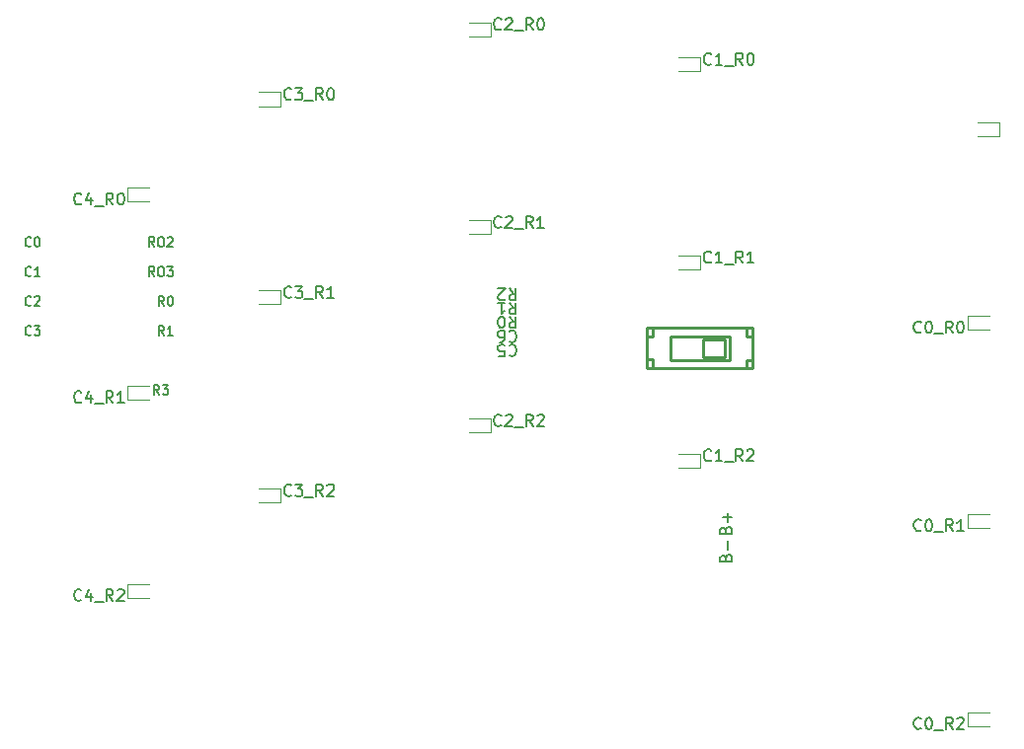
<source format=gbr>
%TF.GenerationSoftware,KiCad,Pcbnew,7.0.6-0*%
%TF.CreationDate,2023-08-01T13:26:10+08:00*%
%TF.ProjectId,right,72696768-742e-46b6-9963-61645f706362,v1.0.0*%
%TF.SameCoordinates,Original*%
%TF.FileFunction,Legend,Bot*%
%TF.FilePolarity,Positive*%
%FSLAX46Y46*%
G04 Gerber Fmt 4.6, Leading zero omitted, Abs format (unit mm)*
G04 Created by KiCad (PCBNEW 7.0.6-0) date 2023-08-01 13:26:10*
%MOMM*%
%LPD*%
G01*
G04 APERTURE LIST*
%ADD10C,0.150000*%
%ADD11C,0.120000*%
%ADD12C,0.254000*%
G04 APERTURE END LIST*
D10*
X-1523809Y30640419D02*
X-1571428Y30592800D01*
X-1571428Y30592800D02*
X-1714285Y30545180D01*
X-1714285Y30545180D02*
X-1809523Y30545180D01*
X-1809523Y30545180D02*
X-1952380Y30592800D01*
X-1952380Y30592800D02*
X-2047618Y30688038D01*
X-2047618Y30688038D02*
X-2095237Y30783276D01*
X-2095237Y30783276D02*
X-2142856Y30973752D01*
X-2142856Y30973752D02*
X-2142856Y31116609D01*
X-2142856Y31116609D02*
X-2095237Y31307085D01*
X-2095237Y31307085D02*
X-2047618Y31402323D01*
X-2047618Y31402323D02*
X-1952380Y31497561D01*
X-1952380Y31497561D02*
X-1809523Y31545180D01*
X-1809523Y31545180D02*
X-1714285Y31545180D01*
X-1714285Y31545180D02*
X-1571428Y31497561D01*
X-1571428Y31497561D02*
X-1523809Y31449942D01*
X-666666Y31211847D02*
X-666666Y30545180D01*
X-904761Y31592800D02*
X-1142856Y30878514D01*
X-1142856Y30878514D02*
X-523809Y30878514D01*
X-380952Y30449942D02*
X380952Y30449942D01*
X1190476Y30545180D02*
X857143Y31021371D01*
X619048Y30545180D02*
X619048Y31545180D01*
X619048Y31545180D02*
X1000000Y31545180D01*
X1000000Y31545180D02*
X1095238Y31497561D01*
X1095238Y31497561D02*
X1142857Y31449942D01*
X1142857Y31449942D02*
X1190476Y31354704D01*
X1190476Y31354704D02*
X1190476Y31211847D01*
X1190476Y31211847D02*
X1142857Y31116609D01*
X1142857Y31116609D02*
X1095238Y31068990D01*
X1095238Y31068990D02*
X1000000Y31021371D01*
X1000000Y31021371D02*
X619048Y31021371D01*
X1809524Y31545180D02*
X1904762Y31545180D01*
X1904762Y31545180D02*
X2000000Y31497561D01*
X2000000Y31497561D02*
X2047619Y31449942D01*
X2047619Y31449942D02*
X2095238Y31354704D01*
X2095238Y31354704D02*
X2142857Y31164228D01*
X2142857Y31164228D02*
X2142857Y30926133D01*
X2142857Y30926133D02*
X2095238Y30735657D01*
X2095238Y30735657D02*
X2047619Y30640419D01*
X2047619Y30640419D02*
X2000000Y30592800D01*
X2000000Y30592800D02*
X1904762Y30545180D01*
X1904762Y30545180D02*
X1809524Y30545180D01*
X1809524Y30545180D02*
X1714286Y30592800D01*
X1714286Y30592800D02*
X1666667Y30640419D01*
X1666667Y30640419D02*
X1619048Y30735657D01*
X1619048Y30735657D02*
X1571429Y30926133D01*
X1571429Y30926133D02*
X1571429Y31164228D01*
X1571429Y31164228D02*
X1619048Y31354704D01*
X1619048Y31354704D02*
X1666667Y31449942D01*
X1666667Y31449942D02*
X1714286Y31497561D01*
X1714286Y31497561D02*
X1809524Y31545180D01*
X-1523809Y13640419D02*
X-1571428Y13592800D01*
X-1571428Y13592800D02*
X-1714285Y13545180D01*
X-1714285Y13545180D02*
X-1809523Y13545180D01*
X-1809523Y13545180D02*
X-1952380Y13592800D01*
X-1952380Y13592800D02*
X-2047618Y13688038D01*
X-2047618Y13688038D02*
X-2095237Y13783276D01*
X-2095237Y13783276D02*
X-2142856Y13973752D01*
X-2142856Y13973752D02*
X-2142856Y14116609D01*
X-2142856Y14116609D02*
X-2095237Y14307085D01*
X-2095237Y14307085D02*
X-2047618Y14402323D01*
X-2047618Y14402323D02*
X-1952380Y14497561D01*
X-1952380Y14497561D02*
X-1809523Y14545180D01*
X-1809523Y14545180D02*
X-1714285Y14545180D01*
X-1714285Y14545180D02*
X-1571428Y14497561D01*
X-1571428Y14497561D02*
X-1523809Y14449942D01*
X-666666Y14211847D02*
X-666666Y13545180D01*
X-904761Y14592800D02*
X-1142856Y13878514D01*
X-1142856Y13878514D02*
X-523809Y13878514D01*
X-380952Y13449942D02*
X380952Y13449942D01*
X1190476Y13545180D02*
X857143Y14021371D01*
X619048Y13545180D02*
X619048Y14545180D01*
X619048Y14545180D02*
X1000000Y14545180D01*
X1000000Y14545180D02*
X1095238Y14497561D01*
X1095238Y14497561D02*
X1142857Y14449942D01*
X1142857Y14449942D02*
X1190476Y14354704D01*
X1190476Y14354704D02*
X1190476Y14211847D01*
X1190476Y14211847D02*
X1142857Y14116609D01*
X1142857Y14116609D02*
X1095238Y14068990D01*
X1095238Y14068990D02*
X1000000Y14021371D01*
X1000000Y14021371D02*
X619048Y14021371D01*
X2142857Y13545180D02*
X1571429Y13545180D01*
X1857143Y13545180D02*
X1857143Y14545180D01*
X1857143Y14545180D02*
X1761905Y14402323D01*
X1761905Y14402323D02*
X1666667Y14307085D01*
X1666667Y14307085D02*
X1571429Y14259466D01*
X-5833332Y27023895D02*
X-5871428Y26985800D01*
X-5871428Y26985800D02*
X-5985713Y26947704D01*
X-5985713Y26947704D02*
X-6061904Y26947704D01*
X-6061904Y26947704D02*
X-6176190Y26985800D01*
X-6176190Y26985800D02*
X-6252380Y27061990D01*
X-6252380Y27061990D02*
X-6290475Y27138180D01*
X-6290475Y27138180D02*
X-6328571Y27290561D01*
X-6328571Y27290561D02*
X-6328571Y27404847D01*
X-6328571Y27404847D02*
X-6290475Y27557228D01*
X-6290475Y27557228D02*
X-6252380Y27633419D01*
X-6252380Y27633419D02*
X-6176190Y27709609D01*
X-6176190Y27709609D02*
X-6061904Y27747704D01*
X-6061904Y27747704D02*
X-5985713Y27747704D01*
X-5985713Y27747704D02*
X-5871428Y27709609D01*
X-5871428Y27709609D02*
X-5833332Y27671514D01*
X-5338094Y27747704D02*
X-5261904Y27747704D01*
X-5261904Y27747704D02*
X-5185713Y27709609D01*
X-5185713Y27709609D02*
X-5147618Y27671514D01*
X-5147618Y27671514D02*
X-5109523Y27595323D01*
X-5109523Y27595323D02*
X-5071428Y27442942D01*
X-5071428Y27442942D02*
X-5071428Y27252466D01*
X-5071428Y27252466D02*
X-5109523Y27100085D01*
X-5109523Y27100085D02*
X-5147618Y27023895D01*
X-5147618Y27023895D02*
X-5185713Y26985800D01*
X-5185713Y26985800D02*
X-5261904Y26947704D01*
X-5261904Y26947704D02*
X-5338094Y26947704D01*
X-5338094Y26947704D02*
X-5414285Y26985800D01*
X-5414285Y26985800D02*
X-5452380Y27023895D01*
X-5452380Y27023895D02*
X-5490475Y27100085D01*
X-5490475Y27100085D02*
X-5528571Y27252466D01*
X-5528571Y27252466D02*
X-5528571Y27442942D01*
X-5528571Y27442942D02*
X-5490475Y27595323D01*
X-5490475Y27595323D02*
X-5452380Y27671514D01*
X-5452380Y27671514D02*
X-5414285Y27709609D01*
X-5414285Y27709609D02*
X-5338094Y27747704D01*
X-5833332Y24483895D02*
X-5871428Y24445800D01*
X-5871428Y24445800D02*
X-5985713Y24407704D01*
X-5985713Y24407704D02*
X-6061904Y24407704D01*
X-6061904Y24407704D02*
X-6176190Y24445800D01*
X-6176190Y24445800D02*
X-6252380Y24521990D01*
X-6252380Y24521990D02*
X-6290475Y24598180D01*
X-6290475Y24598180D02*
X-6328571Y24750561D01*
X-6328571Y24750561D02*
X-6328571Y24864847D01*
X-6328571Y24864847D02*
X-6290475Y25017228D01*
X-6290475Y25017228D02*
X-6252380Y25093419D01*
X-6252380Y25093419D02*
X-6176190Y25169609D01*
X-6176190Y25169609D02*
X-6061904Y25207704D01*
X-6061904Y25207704D02*
X-5985713Y25207704D01*
X-5985713Y25207704D02*
X-5871428Y25169609D01*
X-5871428Y25169609D02*
X-5833332Y25131514D01*
X-5071428Y24407704D02*
X-5528571Y24407704D01*
X-5299999Y24407704D02*
X-5299999Y25207704D01*
X-5299999Y25207704D02*
X-5376190Y25093419D01*
X-5376190Y25093419D02*
X-5452380Y25017228D01*
X-5452380Y25017228D02*
X-5528571Y24979133D01*
X-5833332Y21943895D02*
X-5871428Y21905800D01*
X-5871428Y21905800D02*
X-5985713Y21867704D01*
X-5985713Y21867704D02*
X-6061904Y21867704D01*
X-6061904Y21867704D02*
X-6176190Y21905800D01*
X-6176190Y21905800D02*
X-6252380Y21981990D01*
X-6252380Y21981990D02*
X-6290475Y22058180D01*
X-6290475Y22058180D02*
X-6328571Y22210561D01*
X-6328571Y22210561D02*
X-6328571Y22324847D01*
X-6328571Y22324847D02*
X-6290475Y22477228D01*
X-6290475Y22477228D02*
X-6252380Y22553419D01*
X-6252380Y22553419D02*
X-6176190Y22629609D01*
X-6176190Y22629609D02*
X-6061904Y22667704D01*
X-6061904Y22667704D02*
X-5985713Y22667704D01*
X-5985713Y22667704D02*
X-5871428Y22629609D01*
X-5871428Y22629609D02*
X-5833332Y22591514D01*
X-5528571Y22591514D02*
X-5490475Y22629609D01*
X-5490475Y22629609D02*
X-5414285Y22667704D01*
X-5414285Y22667704D02*
X-5223809Y22667704D01*
X-5223809Y22667704D02*
X-5147618Y22629609D01*
X-5147618Y22629609D02*
X-5109523Y22591514D01*
X-5109523Y22591514D02*
X-5071428Y22515323D01*
X-5071428Y22515323D02*
X-5071428Y22439133D01*
X-5071428Y22439133D02*
X-5109523Y22324847D01*
X-5109523Y22324847D02*
X-5566666Y21867704D01*
X-5566666Y21867704D02*
X-5071428Y21867704D01*
X-5833332Y19403895D02*
X-5871428Y19365800D01*
X-5871428Y19365800D02*
X-5985713Y19327704D01*
X-5985713Y19327704D02*
X-6061904Y19327704D01*
X-6061904Y19327704D02*
X-6176190Y19365800D01*
X-6176190Y19365800D02*
X-6252380Y19441990D01*
X-6252380Y19441990D02*
X-6290475Y19518180D01*
X-6290475Y19518180D02*
X-6328571Y19670561D01*
X-6328571Y19670561D02*
X-6328571Y19784847D01*
X-6328571Y19784847D02*
X-6290475Y19937228D01*
X-6290475Y19937228D02*
X-6252380Y20013419D01*
X-6252380Y20013419D02*
X-6176190Y20089609D01*
X-6176190Y20089609D02*
X-6061904Y20127704D01*
X-6061904Y20127704D02*
X-5985713Y20127704D01*
X-5985713Y20127704D02*
X-5871428Y20089609D01*
X-5871428Y20089609D02*
X-5833332Y20051514D01*
X-5566666Y20127704D02*
X-5071428Y20127704D01*
X-5071428Y20127704D02*
X-5338094Y19822942D01*
X-5338094Y19822942D02*
X-5223809Y19822942D01*
X-5223809Y19822942D02*
X-5147618Y19784847D01*
X-5147618Y19784847D02*
X-5109523Y19746752D01*
X-5109523Y19746752D02*
X-5071428Y19670561D01*
X-5071428Y19670561D02*
X-5071428Y19480085D01*
X-5071428Y19480085D02*
X-5109523Y19403895D01*
X-5109523Y19403895D02*
X-5147618Y19365800D01*
X-5147618Y19365800D02*
X-5223809Y19327704D01*
X-5223809Y19327704D02*
X-5452380Y19327704D01*
X-5452380Y19327704D02*
X-5528571Y19365800D01*
X-5528571Y19365800D02*
X-5566666Y19403895D01*
X4747619Y26947704D02*
X4480952Y27328657D01*
X4290476Y26947704D02*
X4290476Y27747704D01*
X4290476Y27747704D02*
X4595238Y27747704D01*
X4595238Y27747704D02*
X4671428Y27709609D01*
X4671428Y27709609D02*
X4709523Y27671514D01*
X4709523Y27671514D02*
X4747619Y27595323D01*
X4747619Y27595323D02*
X4747619Y27481038D01*
X4747619Y27481038D02*
X4709523Y27404847D01*
X4709523Y27404847D02*
X4671428Y27366752D01*
X4671428Y27366752D02*
X4595238Y27328657D01*
X4595238Y27328657D02*
X4290476Y27328657D01*
X5242857Y27747704D02*
X5395238Y27747704D01*
X5395238Y27747704D02*
X5471428Y27709609D01*
X5471428Y27709609D02*
X5547619Y27633419D01*
X5547619Y27633419D02*
X5585714Y27481038D01*
X5585714Y27481038D02*
X5585714Y27214371D01*
X5585714Y27214371D02*
X5547619Y27061990D01*
X5547619Y27061990D02*
X5471428Y26985800D01*
X5471428Y26985800D02*
X5395238Y26947704D01*
X5395238Y26947704D02*
X5242857Y26947704D01*
X5242857Y26947704D02*
X5166666Y26985800D01*
X5166666Y26985800D02*
X5090476Y27061990D01*
X5090476Y27061990D02*
X5052380Y27214371D01*
X5052380Y27214371D02*
X5052380Y27481038D01*
X5052380Y27481038D02*
X5090476Y27633419D01*
X5090476Y27633419D02*
X5166666Y27709609D01*
X5166666Y27709609D02*
X5242857Y27747704D01*
X5890475Y27671514D02*
X5928571Y27709609D01*
X5928571Y27709609D02*
X6004761Y27747704D01*
X6004761Y27747704D02*
X6195237Y27747704D01*
X6195237Y27747704D02*
X6271428Y27709609D01*
X6271428Y27709609D02*
X6309523Y27671514D01*
X6309523Y27671514D02*
X6347618Y27595323D01*
X6347618Y27595323D02*
X6347618Y27519133D01*
X6347618Y27519133D02*
X6309523Y27404847D01*
X6309523Y27404847D02*
X5852380Y26947704D01*
X5852380Y26947704D02*
X6347618Y26947704D01*
X4747619Y24407704D02*
X4480952Y24788657D01*
X4290476Y24407704D02*
X4290476Y25207704D01*
X4290476Y25207704D02*
X4595238Y25207704D01*
X4595238Y25207704D02*
X4671428Y25169609D01*
X4671428Y25169609D02*
X4709523Y25131514D01*
X4709523Y25131514D02*
X4747619Y25055323D01*
X4747619Y25055323D02*
X4747619Y24941038D01*
X4747619Y24941038D02*
X4709523Y24864847D01*
X4709523Y24864847D02*
X4671428Y24826752D01*
X4671428Y24826752D02*
X4595238Y24788657D01*
X4595238Y24788657D02*
X4290476Y24788657D01*
X5242857Y25207704D02*
X5395238Y25207704D01*
X5395238Y25207704D02*
X5471428Y25169609D01*
X5471428Y25169609D02*
X5547619Y25093419D01*
X5547619Y25093419D02*
X5585714Y24941038D01*
X5585714Y24941038D02*
X5585714Y24674371D01*
X5585714Y24674371D02*
X5547619Y24521990D01*
X5547619Y24521990D02*
X5471428Y24445800D01*
X5471428Y24445800D02*
X5395238Y24407704D01*
X5395238Y24407704D02*
X5242857Y24407704D01*
X5242857Y24407704D02*
X5166666Y24445800D01*
X5166666Y24445800D02*
X5090476Y24521990D01*
X5090476Y24521990D02*
X5052380Y24674371D01*
X5052380Y24674371D02*
X5052380Y24941038D01*
X5052380Y24941038D02*
X5090476Y25093419D01*
X5090476Y25093419D02*
X5166666Y25169609D01*
X5166666Y25169609D02*
X5242857Y25207704D01*
X5852380Y25207704D02*
X6347618Y25207704D01*
X6347618Y25207704D02*
X6080952Y24902942D01*
X6080952Y24902942D02*
X6195237Y24902942D01*
X6195237Y24902942D02*
X6271428Y24864847D01*
X6271428Y24864847D02*
X6309523Y24826752D01*
X6309523Y24826752D02*
X6347618Y24750561D01*
X6347618Y24750561D02*
X6347618Y24560085D01*
X6347618Y24560085D02*
X6309523Y24483895D01*
X6309523Y24483895D02*
X6271428Y24445800D01*
X6271428Y24445800D02*
X6195237Y24407704D01*
X6195237Y24407704D02*
X5966666Y24407704D01*
X5966666Y24407704D02*
X5890475Y24445800D01*
X5890475Y24445800D02*
X5852380Y24483895D01*
X5566667Y21867704D02*
X5300000Y22248657D01*
X5109524Y21867704D02*
X5109524Y22667704D01*
X5109524Y22667704D02*
X5414286Y22667704D01*
X5414286Y22667704D02*
X5490476Y22629609D01*
X5490476Y22629609D02*
X5528571Y22591514D01*
X5528571Y22591514D02*
X5566667Y22515323D01*
X5566667Y22515323D02*
X5566667Y22401038D01*
X5566667Y22401038D02*
X5528571Y22324847D01*
X5528571Y22324847D02*
X5490476Y22286752D01*
X5490476Y22286752D02*
X5414286Y22248657D01*
X5414286Y22248657D02*
X5109524Y22248657D01*
X6061905Y22667704D02*
X6138095Y22667704D01*
X6138095Y22667704D02*
X6214286Y22629609D01*
X6214286Y22629609D02*
X6252381Y22591514D01*
X6252381Y22591514D02*
X6290476Y22515323D01*
X6290476Y22515323D02*
X6328571Y22362942D01*
X6328571Y22362942D02*
X6328571Y22172466D01*
X6328571Y22172466D02*
X6290476Y22020085D01*
X6290476Y22020085D02*
X6252381Y21943895D01*
X6252381Y21943895D02*
X6214286Y21905800D01*
X6214286Y21905800D02*
X6138095Y21867704D01*
X6138095Y21867704D02*
X6061905Y21867704D01*
X6061905Y21867704D02*
X5985714Y21905800D01*
X5985714Y21905800D02*
X5947619Y21943895D01*
X5947619Y21943895D02*
X5909524Y22020085D01*
X5909524Y22020085D02*
X5871428Y22172466D01*
X5871428Y22172466D02*
X5871428Y22362942D01*
X5871428Y22362942D02*
X5909524Y22515323D01*
X5909524Y22515323D02*
X5947619Y22591514D01*
X5947619Y22591514D02*
X5985714Y22629609D01*
X5985714Y22629609D02*
X6061905Y22667704D01*
X5566667Y19327704D02*
X5300000Y19708657D01*
X5109524Y19327704D02*
X5109524Y20127704D01*
X5109524Y20127704D02*
X5414286Y20127704D01*
X5414286Y20127704D02*
X5490476Y20089609D01*
X5490476Y20089609D02*
X5528571Y20051514D01*
X5528571Y20051514D02*
X5566667Y19975323D01*
X5566667Y19975323D02*
X5566667Y19861038D01*
X5566667Y19861038D02*
X5528571Y19784847D01*
X5528571Y19784847D02*
X5490476Y19746752D01*
X5490476Y19746752D02*
X5414286Y19708657D01*
X5414286Y19708657D02*
X5109524Y19708657D01*
X6328571Y19327704D02*
X5871428Y19327704D01*
X6100000Y19327704D02*
X6100000Y20127704D01*
X6100000Y20127704D02*
X6023809Y20013419D01*
X6023809Y20013419D02*
X5947619Y19937228D01*
X5947619Y19937228D02*
X5871428Y19899133D01*
X5166667Y14247704D02*
X4900000Y14628657D01*
X4709524Y14247704D02*
X4709524Y15047704D01*
X4709524Y15047704D02*
X5014286Y15047704D01*
X5014286Y15047704D02*
X5090476Y15009609D01*
X5090476Y15009609D02*
X5128571Y14971514D01*
X5128571Y14971514D02*
X5166667Y14895323D01*
X5166667Y14895323D02*
X5166667Y14781038D01*
X5166667Y14781038D02*
X5128571Y14704847D01*
X5128571Y14704847D02*
X5090476Y14666752D01*
X5090476Y14666752D02*
X5014286Y14628657D01*
X5014286Y14628657D02*
X4709524Y14628657D01*
X5433333Y15047704D02*
X5928571Y15047704D01*
X5928571Y15047704D02*
X5661905Y14742942D01*
X5661905Y14742942D02*
X5776190Y14742942D01*
X5776190Y14742942D02*
X5852381Y14704847D01*
X5852381Y14704847D02*
X5890476Y14666752D01*
X5890476Y14666752D02*
X5928571Y14590561D01*
X5928571Y14590561D02*
X5928571Y14400085D01*
X5928571Y14400085D02*
X5890476Y14323895D01*
X5890476Y14323895D02*
X5852381Y14285800D01*
X5852381Y14285800D02*
X5776190Y14247704D01*
X5776190Y14247704D02*
X5547619Y14247704D01*
X5547619Y14247704D02*
X5471428Y14285800D01*
X5471428Y14285800D02*
X5433333Y14323895D01*
X53731009Y2652381D02*
X53778628Y2795238D01*
X53778628Y2795238D02*
X53826247Y2842857D01*
X53826247Y2842857D02*
X53921485Y2890476D01*
X53921485Y2890476D02*
X54064342Y2890476D01*
X54064342Y2890476D02*
X54159580Y2842857D01*
X54159580Y2842857D02*
X54207200Y2795238D01*
X54207200Y2795238D02*
X54254819Y2700000D01*
X54254819Y2700000D02*
X54254819Y2319048D01*
X54254819Y2319048D02*
X53254819Y2319048D01*
X53254819Y2319048D02*
X53254819Y2652381D01*
X53254819Y2652381D02*
X53302438Y2747619D01*
X53302438Y2747619D02*
X53350057Y2795238D01*
X53350057Y2795238D02*
X53445295Y2842857D01*
X53445295Y2842857D02*
X53540533Y2842857D01*
X53540533Y2842857D02*
X53635771Y2795238D01*
X53635771Y2795238D02*
X53683390Y2747619D01*
X53683390Y2747619D02*
X53731009Y2652381D01*
X53731009Y2652381D02*
X53731009Y2319048D01*
X53873866Y3319048D02*
X53873866Y4080953D01*
X54254819Y3700000D02*
X53492914Y3700000D01*
X53731009Y252381D02*
X53778628Y395238D01*
X53778628Y395238D02*
X53826247Y442857D01*
X53826247Y442857D02*
X53921485Y490476D01*
X53921485Y490476D02*
X54064342Y490476D01*
X54064342Y490476D02*
X54159580Y442857D01*
X54159580Y442857D02*
X54207200Y395238D01*
X54207200Y395238D02*
X54254819Y300000D01*
X54254819Y300000D02*
X54254819Y-80951D01*
X54254819Y-80951D02*
X53254819Y-80951D01*
X53254819Y-80951D02*
X53254819Y252381D01*
X53254819Y252381D02*
X53302438Y347619D01*
X53302438Y347619D02*
X53350057Y395238D01*
X53350057Y395238D02*
X53445295Y442857D01*
X53445295Y442857D02*
X53540533Y442857D01*
X53540533Y442857D02*
X53635771Y395238D01*
X53635771Y395238D02*
X53683390Y347619D01*
X53683390Y347619D02*
X53731009Y252381D01*
X53731009Y252381D02*
X53731009Y-80951D01*
X53873866Y919048D02*
X53873866Y1680953D01*
X35166666Y23354819D02*
X35499999Y22878628D01*
X35738094Y23354819D02*
X35738094Y22354819D01*
X35738094Y22354819D02*
X35357142Y22354819D01*
X35357142Y22354819D02*
X35261904Y22402438D01*
X35261904Y22402438D02*
X35214285Y22450057D01*
X35214285Y22450057D02*
X35166666Y22545295D01*
X35166666Y22545295D02*
X35166666Y22688152D01*
X35166666Y22688152D02*
X35214285Y22783390D01*
X35214285Y22783390D02*
X35261904Y22831009D01*
X35261904Y22831009D02*
X35357142Y22878628D01*
X35357142Y22878628D02*
X35738094Y22878628D01*
X34785713Y22450057D02*
X34738094Y22402438D01*
X34738094Y22402438D02*
X34642856Y22354819D01*
X34642856Y22354819D02*
X34404761Y22354819D01*
X34404761Y22354819D02*
X34309523Y22402438D01*
X34309523Y22402438D02*
X34261904Y22450057D01*
X34261904Y22450057D02*
X34214285Y22545295D01*
X34214285Y22545295D02*
X34214285Y22640533D01*
X34214285Y22640533D02*
X34261904Y22783390D01*
X34261904Y22783390D02*
X34833332Y23354819D01*
X34833332Y23354819D02*
X34214285Y23354819D01*
X35166666Y22154819D02*
X35499999Y21678628D01*
X35738094Y22154819D02*
X35738094Y21154819D01*
X35738094Y21154819D02*
X35357142Y21154819D01*
X35357142Y21154819D02*
X35261904Y21202438D01*
X35261904Y21202438D02*
X35214285Y21250057D01*
X35214285Y21250057D02*
X35166666Y21345295D01*
X35166666Y21345295D02*
X35166666Y21488152D01*
X35166666Y21488152D02*
X35214285Y21583390D01*
X35214285Y21583390D02*
X35261904Y21631009D01*
X35261904Y21631009D02*
X35357142Y21678628D01*
X35357142Y21678628D02*
X35738094Y21678628D01*
X34214285Y22154819D02*
X34785713Y22154819D01*
X34499999Y22154819D02*
X34499999Y21154819D01*
X34499999Y21154819D02*
X34595237Y21297676D01*
X34595237Y21297676D02*
X34690475Y21392914D01*
X34690475Y21392914D02*
X34785713Y21440533D01*
X35166666Y20954819D02*
X35499999Y20478628D01*
X35738094Y20954819D02*
X35738094Y19954819D01*
X35738094Y19954819D02*
X35357142Y19954819D01*
X35357142Y19954819D02*
X35261904Y20002438D01*
X35261904Y20002438D02*
X35214285Y20050057D01*
X35214285Y20050057D02*
X35166666Y20145295D01*
X35166666Y20145295D02*
X35166666Y20288152D01*
X35166666Y20288152D02*
X35214285Y20383390D01*
X35214285Y20383390D02*
X35261904Y20431009D01*
X35261904Y20431009D02*
X35357142Y20478628D01*
X35357142Y20478628D02*
X35738094Y20478628D01*
X34547618Y19954819D02*
X34452380Y19954819D01*
X34452380Y19954819D02*
X34357142Y20002438D01*
X34357142Y20002438D02*
X34309523Y20050057D01*
X34309523Y20050057D02*
X34261904Y20145295D01*
X34261904Y20145295D02*
X34214285Y20335771D01*
X34214285Y20335771D02*
X34214285Y20573866D01*
X34214285Y20573866D02*
X34261904Y20764342D01*
X34261904Y20764342D02*
X34309523Y20859580D01*
X34309523Y20859580D02*
X34357142Y20907200D01*
X34357142Y20907200D02*
X34452380Y20954819D01*
X34452380Y20954819D02*
X34547618Y20954819D01*
X34547618Y20954819D02*
X34642856Y20907200D01*
X34642856Y20907200D02*
X34690475Y20859580D01*
X34690475Y20859580D02*
X34738094Y20764342D01*
X34738094Y20764342D02*
X34785713Y20573866D01*
X34785713Y20573866D02*
X34785713Y20335771D01*
X34785713Y20335771D02*
X34738094Y20145295D01*
X34738094Y20145295D02*
X34690475Y20050057D01*
X34690475Y20050057D02*
X34642856Y20002438D01*
X34642856Y20002438D02*
X34547618Y19954819D01*
X35166666Y19659580D02*
X35214285Y19707200D01*
X35214285Y19707200D02*
X35357142Y19754819D01*
X35357142Y19754819D02*
X35452380Y19754819D01*
X35452380Y19754819D02*
X35595237Y19707200D01*
X35595237Y19707200D02*
X35690475Y19611961D01*
X35690475Y19611961D02*
X35738094Y19516723D01*
X35738094Y19516723D02*
X35785713Y19326247D01*
X35785713Y19326247D02*
X35785713Y19183390D01*
X35785713Y19183390D02*
X35738094Y18992914D01*
X35738094Y18992914D02*
X35690475Y18897676D01*
X35690475Y18897676D02*
X35595237Y18802438D01*
X35595237Y18802438D02*
X35452380Y18754819D01*
X35452380Y18754819D02*
X35357142Y18754819D01*
X35357142Y18754819D02*
X35214285Y18802438D01*
X35214285Y18802438D02*
X35166666Y18850057D01*
X34309523Y18754819D02*
X34499999Y18754819D01*
X34499999Y18754819D02*
X34595237Y18802438D01*
X34595237Y18802438D02*
X34642856Y18850057D01*
X34642856Y18850057D02*
X34738094Y18992914D01*
X34738094Y18992914D02*
X34785713Y19183390D01*
X34785713Y19183390D02*
X34785713Y19564342D01*
X34785713Y19564342D02*
X34738094Y19659580D01*
X34738094Y19659580D02*
X34690475Y19707200D01*
X34690475Y19707200D02*
X34595237Y19754819D01*
X34595237Y19754819D02*
X34404761Y19754819D01*
X34404761Y19754819D02*
X34309523Y19707200D01*
X34309523Y19707200D02*
X34261904Y19659580D01*
X34261904Y19659580D02*
X34214285Y19564342D01*
X34214285Y19564342D02*
X34214285Y19326247D01*
X34214285Y19326247D02*
X34261904Y19231009D01*
X34261904Y19231009D02*
X34309523Y19183390D01*
X34309523Y19183390D02*
X34404761Y19135771D01*
X34404761Y19135771D02*
X34595237Y19135771D01*
X34595237Y19135771D02*
X34690475Y19183390D01*
X34690475Y19183390D02*
X34738094Y19231009D01*
X34738094Y19231009D02*
X34785713Y19326247D01*
X35166666Y18459580D02*
X35214285Y18507200D01*
X35214285Y18507200D02*
X35357142Y18554819D01*
X35357142Y18554819D02*
X35452380Y18554819D01*
X35452380Y18554819D02*
X35595237Y18507200D01*
X35595237Y18507200D02*
X35690475Y18411961D01*
X35690475Y18411961D02*
X35738094Y18316723D01*
X35738094Y18316723D02*
X35785713Y18126247D01*
X35785713Y18126247D02*
X35785713Y17983390D01*
X35785713Y17983390D02*
X35738094Y17792914D01*
X35738094Y17792914D02*
X35690475Y17697676D01*
X35690475Y17697676D02*
X35595237Y17602438D01*
X35595237Y17602438D02*
X35452380Y17554819D01*
X35452380Y17554819D02*
X35357142Y17554819D01*
X35357142Y17554819D02*
X35214285Y17602438D01*
X35214285Y17602438D02*
X35166666Y17650057D01*
X34261904Y17554819D02*
X34738094Y17554819D01*
X34738094Y17554819D02*
X34785713Y18031009D01*
X34785713Y18031009D02*
X34738094Y17983390D01*
X34738094Y17983390D02*
X34642856Y17935771D01*
X34642856Y17935771D02*
X34404761Y17935771D01*
X34404761Y17935771D02*
X34309523Y17983390D01*
X34309523Y17983390D02*
X34261904Y18031009D01*
X34261904Y18031009D02*
X34214285Y18126247D01*
X34214285Y18126247D02*
X34214285Y18364342D01*
X34214285Y18364342D02*
X34261904Y18459580D01*
X34261904Y18459580D02*
X34309523Y18507200D01*
X34309523Y18507200D02*
X34404761Y18554819D01*
X34404761Y18554819D02*
X34642856Y18554819D01*
X34642856Y18554819D02*
X34738094Y18507200D01*
X34738094Y18507200D02*
X34785713Y18459580D01*
X70476190Y19640419D02*
X70428571Y19592800D01*
X70428571Y19592800D02*
X70285714Y19545180D01*
X70285714Y19545180D02*
X70190476Y19545180D01*
X70190476Y19545180D02*
X70047619Y19592800D01*
X70047619Y19592800D02*
X69952381Y19688038D01*
X69952381Y19688038D02*
X69904762Y19783276D01*
X69904762Y19783276D02*
X69857143Y19973752D01*
X69857143Y19973752D02*
X69857143Y20116609D01*
X69857143Y20116609D02*
X69904762Y20307085D01*
X69904762Y20307085D02*
X69952381Y20402323D01*
X69952381Y20402323D02*
X70047619Y20497561D01*
X70047619Y20497561D02*
X70190476Y20545180D01*
X70190476Y20545180D02*
X70285714Y20545180D01*
X70285714Y20545180D02*
X70428571Y20497561D01*
X70428571Y20497561D02*
X70476190Y20449942D01*
X71095238Y20545180D02*
X71190476Y20545180D01*
X71190476Y20545180D02*
X71285714Y20497561D01*
X71285714Y20497561D02*
X71333333Y20449942D01*
X71333333Y20449942D02*
X71380952Y20354704D01*
X71380952Y20354704D02*
X71428571Y20164228D01*
X71428571Y20164228D02*
X71428571Y19926133D01*
X71428571Y19926133D02*
X71380952Y19735657D01*
X71380952Y19735657D02*
X71333333Y19640419D01*
X71333333Y19640419D02*
X71285714Y19592800D01*
X71285714Y19592800D02*
X71190476Y19545180D01*
X71190476Y19545180D02*
X71095238Y19545180D01*
X71095238Y19545180D02*
X71000000Y19592800D01*
X71000000Y19592800D02*
X70952381Y19640419D01*
X70952381Y19640419D02*
X70904762Y19735657D01*
X70904762Y19735657D02*
X70857143Y19926133D01*
X70857143Y19926133D02*
X70857143Y20164228D01*
X70857143Y20164228D02*
X70904762Y20354704D01*
X70904762Y20354704D02*
X70952381Y20449942D01*
X70952381Y20449942D02*
X71000000Y20497561D01*
X71000000Y20497561D02*
X71095238Y20545180D01*
X71619048Y19449942D02*
X72380952Y19449942D01*
X73190476Y19545180D02*
X72857143Y20021371D01*
X72619048Y19545180D02*
X72619048Y20545180D01*
X72619048Y20545180D02*
X73000000Y20545180D01*
X73000000Y20545180D02*
X73095238Y20497561D01*
X73095238Y20497561D02*
X73142857Y20449942D01*
X73142857Y20449942D02*
X73190476Y20354704D01*
X73190476Y20354704D02*
X73190476Y20211847D01*
X73190476Y20211847D02*
X73142857Y20116609D01*
X73142857Y20116609D02*
X73095238Y20068990D01*
X73095238Y20068990D02*
X73000000Y20021371D01*
X73000000Y20021371D02*
X72619048Y20021371D01*
X73809524Y20545180D02*
X73904762Y20545180D01*
X73904762Y20545180D02*
X74000000Y20497561D01*
X74000000Y20497561D02*
X74047619Y20449942D01*
X74047619Y20449942D02*
X74095238Y20354704D01*
X74095238Y20354704D02*
X74142857Y20164228D01*
X74142857Y20164228D02*
X74142857Y19926133D01*
X74142857Y19926133D02*
X74095238Y19735657D01*
X74095238Y19735657D02*
X74047619Y19640419D01*
X74047619Y19640419D02*
X74000000Y19592800D01*
X74000000Y19592800D02*
X73904762Y19545180D01*
X73904762Y19545180D02*
X73809524Y19545180D01*
X73809524Y19545180D02*
X73714286Y19592800D01*
X73714286Y19592800D02*
X73666667Y19640419D01*
X73666667Y19640419D02*
X73619048Y19735657D01*
X73619048Y19735657D02*
X73571429Y19926133D01*
X73571429Y19926133D02*
X73571429Y20164228D01*
X73571429Y20164228D02*
X73619048Y20354704D01*
X73619048Y20354704D02*
X73666667Y20449942D01*
X73666667Y20449942D02*
X73714286Y20497561D01*
X73714286Y20497561D02*
X73809524Y20545180D01*
X70476190Y2640419D02*
X70428571Y2592800D01*
X70428571Y2592800D02*
X70285714Y2545180D01*
X70285714Y2545180D02*
X70190476Y2545180D01*
X70190476Y2545180D02*
X70047619Y2592800D01*
X70047619Y2592800D02*
X69952381Y2688038D01*
X69952381Y2688038D02*
X69904762Y2783276D01*
X69904762Y2783276D02*
X69857143Y2973752D01*
X69857143Y2973752D02*
X69857143Y3116609D01*
X69857143Y3116609D02*
X69904762Y3307085D01*
X69904762Y3307085D02*
X69952381Y3402323D01*
X69952381Y3402323D02*
X70047619Y3497561D01*
X70047619Y3497561D02*
X70190476Y3545180D01*
X70190476Y3545180D02*
X70285714Y3545180D01*
X70285714Y3545180D02*
X70428571Y3497561D01*
X70428571Y3497561D02*
X70476190Y3449942D01*
X71095238Y3545180D02*
X71190476Y3545180D01*
X71190476Y3545180D02*
X71285714Y3497561D01*
X71285714Y3497561D02*
X71333333Y3449942D01*
X71333333Y3449942D02*
X71380952Y3354704D01*
X71380952Y3354704D02*
X71428571Y3164228D01*
X71428571Y3164228D02*
X71428571Y2926133D01*
X71428571Y2926133D02*
X71380952Y2735657D01*
X71380952Y2735657D02*
X71333333Y2640419D01*
X71333333Y2640419D02*
X71285714Y2592800D01*
X71285714Y2592800D02*
X71190476Y2545180D01*
X71190476Y2545180D02*
X71095238Y2545180D01*
X71095238Y2545180D02*
X71000000Y2592800D01*
X71000000Y2592800D02*
X70952381Y2640419D01*
X70952381Y2640419D02*
X70904762Y2735657D01*
X70904762Y2735657D02*
X70857143Y2926133D01*
X70857143Y2926133D02*
X70857143Y3164228D01*
X70857143Y3164228D02*
X70904762Y3354704D01*
X70904762Y3354704D02*
X70952381Y3449942D01*
X70952381Y3449942D02*
X71000000Y3497561D01*
X71000000Y3497561D02*
X71095238Y3545180D01*
X71619048Y2449942D02*
X72380952Y2449942D01*
X73190476Y2545180D02*
X72857143Y3021371D01*
X72619048Y2545180D02*
X72619048Y3545180D01*
X72619048Y3545180D02*
X73000000Y3545180D01*
X73000000Y3545180D02*
X73095238Y3497561D01*
X73095238Y3497561D02*
X73142857Y3449942D01*
X73142857Y3449942D02*
X73190476Y3354704D01*
X73190476Y3354704D02*
X73190476Y3211847D01*
X73190476Y3211847D02*
X73142857Y3116609D01*
X73142857Y3116609D02*
X73095238Y3068990D01*
X73095238Y3068990D02*
X73000000Y3021371D01*
X73000000Y3021371D02*
X72619048Y3021371D01*
X74142857Y2545180D02*
X73571429Y2545180D01*
X73857143Y2545180D02*
X73857143Y3545180D01*
X73857143Y3545180D02*
X73761905Y3402323D01*
X73761905Y3402323D02*
X73666667Y3307085D01*
X73666667Y3307085D02*
X73571429Y3259466D01*
X70476190Y-14359580D02*
X70428571Y-14407200D01*
X70428571Y-14407200D02*
X70285714Y-14454819D01*
X70285714Y-14454819D02*
X70190476Y-14454819D01*
X70190476Y-14454819D02*
X70047619Y-14407200D01*
X70047619Y-14407200D02*
X69952381Y-14311961D01*
X69952381Y-14311961D02*
X69904762Y-14216723D01*
X69904762Y-14216723D02*
X69857143Y-14026247D01*
X69857143Y-14026247D02*
X69857143Y-13883390D01*
X69857143Y-13883390D02*
X69904762Y-13692914D01*
X69904762Y-13692914D02*
X69952381Y-13597676D01*
X69952381Y-13597676D02*
X70047619Y-13502438D01*
X70047619Y-13502438D02*
X70190476Y-13454819D01*
X70190476Y-13454819D02*
X70285714Y-13454819D01*
X70285714Y-13454819D02*
X70428571Y-13502438D01*
X70428571Y-13502438D02*
X70476190Y-13550057D01*
X71095238Y-13454819D02*
X71190476Y-13454819D01*
X71190476Y-13454819D02*
X71285714Y-13502438D01*
X71285714Y-13502438D02*
X71333333Y-13550057D01*
X71333333Y-13550057D02*
X71380952Y-13645295D01*
X71380952Y-13645295D02*
X71428571Y-13835771D01*
X71428571Y-13835771D02*
X71428571Y-14073866D01*
X71428571Y-14073866D02*
X71380952Y-14264342D01*
X71380952Y-14264342D02*
X71333333Y-14359580D01*
X71333333Y-14359580D02*
X71285714Y-14407200D01*
X71285714Y-14407200D02*
X71190476Y-14454819D01*
X71190476Y-14454819D02*
X71095238Y-14454819D01*
X71095238Y-14454819D02*
X71000000Y-14407200D01*
X71000000Y-14407200D02*
X70952381Y-14359580D01*
X70952381Y-14359580D02*
X70904762Y-14264342D01*
X70904762Y-14264342D02*
X70857143Y-14073866D01*
X70857143Y-14073866D02*
X70857143Y-13835771D01*
X70857143Y-13835771D02*
X70904762Y-13645295D01*
X70904762Y-13645295D02*
X70952381Y-13550057D01*
X70952381Y-13550057D02*
X71000000Y-13502438D01*
X71000000Y-13502438D02*
X71095238Y-13454819D01*
X71619048Y-14550057D02*
X72380952Y-14550057D01*
X73190476Y-14454819D02*
X72857143Y-13978628D01*
X72619048Y-14454819D02*
X72619048Y-13454819D01*
X72619048Y-13454819D02*
X73000000Y-13454819D01*
X73000000Y-13454819D02*
X73095238Y-13502438D01*
X73095238Y-13502438D02*
X73142857Y-13550057D01*
X73142857Y-13550057D02*
X73190476Y-13645295D01*
X73190476Y-13645295D02*
X73190476Y-13788152D01*
X73190476Y-13788152D02*
X73142857Y-13883390D01*
X73142857Y-13883390D02*
X73095238Y-13931009D01*
X73095238Y-13931009D02*
X73000000Y-13978628D01*
X73000000Y-13978628D02*
X72619048Y-13978628D01*
X73571429Y-13550057D02*
X73619048Y-13502438D01*
X73619048Y-13502438D02*
X73714286Y-13454819D01*
X73714286Y-13454819D02*
X73952381Y-13454819D01*
X73952381Y-13454819D02*
X74047619Y-13502438D01*
X74047619Y-13502438D02*
X74095238Y-13550057D01*
X74095238Y-13550057D02*
X74142857Y-13645295D01*
X74142857Y-13645295D02*
X74142857Y-13740533D01*
X74142857Y-13740533D02*
X74095238Y-13883390D01*
X74095238Y-13883390D02*
X73523810Y-14454819D01*
X73523810Y-14454819D02*
X74142857Y-14454819D01*
X52476190Y42640419D02*
X52428571Y42592800D01*
X52428571Y42592800D02*
X52285714Y42545180D01*
X52285714Y42545180D02*
X52190476Y42545180D01*
X52190476Y42545180D02*
X52047619Y42592800D01*
X52047619Y42592800D02*
X51952381Y42688038D01*
X51952381Y42688038D02*
X51904762Y42783276D01*
X51904762Y42783276D02*
X51857143Y42973752D01*
X51857143Y42973752D02*
X51857143Y43116609D01*
X51857143Y43116609D02*
X51904762Y43307085D01*
X51904762Y43307085D02*
X51952381Y43402323D01*
X51952381Y43402323D02*
X52047619Y43497561D01*
X52047619Y43497561D02*
X52190476Y43545180D01*
X52190476Y43545180D02*
X52285714Y43545180D01*
X52285714Y43545180D02*
X52428571Y43497561D01*
X52428571Y43497561D02*
X52476190Y43449942D01*
X53428571Y42545180D02*
X52857143Y42545180D01*
X53142857Y42545180D02*
X53142857Y43545180D01*
X53142857Y43545180D02*
X53047619Y43402323D01*
X53047619Y43402323D02*
X52952381Y43307085D01*
X52952381Y43307085D02*
X52857143Y43259466D01*
X53619048Y42449942D02*
X54380952Y42449942D01*
X55190476Y42545180D02*
X54857143Y43021371D01*
X54619048Y42545180D02*
X54619048Y43545180D01*
X54619048Y43545180D02*
X55000000Y43545180D01*
X55000000Y43545180D02*
X55095238Y43497561D01*
X55095238Y43497561D02*
X55142857Y43449942D01*
X55142857Y43449942D02*
X55190476Y43354704D01*
X55190476Y43354704D02*
X55190476Y43211847D01*
X55190476Y43211847D02*
X55142857Y43116609D01*
X55142857Y43116609D02*
X55095238Y43068990D01*
X55095238Y43068990D02*
X55000000Y43021371D01*
X55000000Y43021371D02*
X54619048Y43021371D01*
X55809524Y43545180D02*
X55904762Y43545180D01*
X55904762Y43545180D02*
X56000000Y43497561D01*
X56000000Y43497561D02*
X56047619Y43449942D01*
X56047619Y43449942D02*
X56095238Y43354704D01*
X56095238Y43354704D02*
X56142857Y43164228D01*
X56142857Y43164228D02*
X56142857Y42926133D01*
X56142857Y42926133D02*
X56095238Y42735657D01*
X56095238Y42735657D02*
X56047619Y42640419D01*
X56047619Y42640419D02*
X56000000Y42592800D01*
X56000000Y42592800D02*
X55904762Y42545180D01*
X55904762Y42545180D02*
X55809524Y42545180D01*
X55809524Y42545180D02*
X55714286Y42592800D01*
X55714286Y42592800D02*
X55666667Y42640419D01*
X55666667Y42640419D02*
X55619048Y42735657D01*
X55619048Y42735657D02*
X55571429Y42926133D01*
X55571429Y42926133D02*
X55571429Y43164228D01*
X55571429Y43164228D02*
X55619048Y43354704D01*
X55619048Y43354704D02*
X55666667Y43449942D01*
X55666667Y43449942D02*
X55714286Y43497561D01*
X55714286Y43497561D02*
X55809524Y43545180D01*
X52476190Y25640419D02*
X52428571Y25592800D01*
X52428571Y25592800D02*
X52285714Y25545180D01*
X52285714Y25545180D02*
X52190476Y25545180D01*
X52190476Y25545180D02*
X52047619Y25592800D01*
X52047619Y25592800D02*
X51952381Y25688038D01*
X51952381Y25688038D02*
X51904762Y25783276D01*
X51904762Y25783276D02*
X51857143Y25973752D01*
X51857143Y25973752D02*
X51857143Y26116609D01*
X51857143Y26116609D02*
X51904762Y26307085D01*
X51904762Y26307085D02*
X51952381Y26402323D01*
X51952381Y26402323D02*
X52047619Y26497561D01*
X52047619Y26497561D02*
X52190476Y26545180D01*
X52190476Y26545180D02*
X52285714Y26545180D01*
X52285714Y26545180D02*
X52428571Y26497561D01*
X52428571Y26497561D02*
X52476190Y26449942D01*
X53428571Y25545180D02*
X52857143Y25545180D01*
X53142857Y25545180D02*
X53142857Y26545180D01*
X53142857Y26545180D02*
X53047619Y26402323D01*
X53047619Y26402323D02*
X52952381Y26307085D01*
X52952381Y26307085D02*
X52857143Y26259466D01*
X53619048Y25449942D02*
X54380952Y25449942D01*
X55190476Y25545180D02*
X54857143Y26021371D01*
X54619048Y25545180D02*
X54619048Y26545180D01*
X54619048Y26545180D02*
X55000000Y26545180D01*
X55000000Y26545180D02*
X55095238Y26497561D01*
X55095238Y26497561D02*
X55142857Y26449942D01*
X55142857Y26449942D02*
X55190476Y26354704D01*
X55190476Y26354704D02*
X55190476Y26211847D01*
X55190476Y26211847D02*
X55142857Y26116609D01*
X55142857Y26116609D02*
X55095238Y26068990D01*
X55095238Y26068990D02*
X55000000Y26021371D01*
X55000000Y26021371D02*
X54619048Y26021371D01*
X56142857Y25545180D02*
X55571429Y25545180D01*
X55857143Y25545180D02*
X55857143Y26545180D01*
X55857143Y26545180D02*
X55761905Y26402323D01*
X55761905Y26402323D02*
X55666667Y26307085D01*
X55666667Y26307085D02*
X55571429Y26259466D01*
X52476190Y8640419D02*
X52428571Y8592800D01*
X52428571Y8592800D02*
X52285714Y8545180D01*
X52285714Y8545180D02*
X52190476Y8545180D01*
X52190476Y8545180D02*
X52047619Y8592800D01*
X52047619Y8592800D02*
X51952381Y8688038D01*
X51952381Y8688038D02*
X51904762Y8783276D01*
X51904762Y8783276D02*
X51857143Y8973752D01*
X51857143Y8973752D02*
X51857143Y9116609D01*
X51857143Y9116609D02*
X51904762Y9307085D01*
X51904762Y9307085D02*
X51952381Y9402323D01*
X51952381Y9402323D02*
X52047619Y9497561D01*
X52047619Y9497561D02*
X52190476Y9545180D01*
X52190476Y9545180D02*
X52285714Y9545180D01*
X52285714Y9545180D02*
X52428571Y9497561D01*
X52428571Y9497561D02*
X52476190Y9449942D01*
X53428571Y8545180D02*
X52857143Y8545180D01*
X53142857Y8545180D02*
X53142857Y9545180D01*
X53142857Y9545180D02*
X53047619Y9402323D01*
X53047619Y9402323D02*
X52952381Y9307085D01*
X52952381Y9307085D02*
X52857143Y9259466D01*
X53619048Y8449942D02*
X54380952Y8449942D01*
X55190476Y8545180D02*
X54857143Y9021371D01*
X54619048Y8545180D02*
X54619048Y9545180D01*
X54619048Y9545180D02*
X55000000Y9545180D01*
X55000000Y9545180D02*
X55095238Y9497561D01*
X55095238Y9497561D02*
X55142857Y9449942D01*
X55142857Y9449942D02*
X55190476Y9354704D01*
X55190476Y9354704D02*
X55190476Y9211847D01*
X55190476Y9211847D02*
X55142857Y9116609D01*
X55142857Y9116609D02*
X55095238Y9068990D01*
X55095238Y9068990D02*
X55000000Y9021371D01*
X55000000Y9021371D02*
X54619048Y9021371D01*
X55571429Y9449942D02*
X55619048Y9497561D01*
X55619048Y9497561D02*
X55714286Y9545180D01*
X55714286Y9545180D02*
X55952381Y9545180D01*
X55952381Y9545180D02*
X56047619Y9497561D01*
X56047619Y9497561D02*
X56095238Y9449942D01*
X56095238Y9449942D02*
X56142857Y9354704D01*
X56142857Y9354704D02*
X56142857Y9259466D01*
X56142857Y9259466D02*
X56095238Y9116609D01*
X56095238Y9116609D02*
X55523810Y8545180D01*
X55523810Y8545180D02*
X56142857Y8545180D01*
X34476190Y45640419D02*
X34428571Y45592800D01*
X34428571Y45592800D02*
X34285714Y45545180D01*
X34285714Y45545180D02*
X34190476Y45545180D01*
X34190476Y45545180D02*
X34047619Y45592800D01*
X34047619Y45592800D02*
X33952381Y45688038D01*
X33952381Y45688038D02*
X33904762Y45783276D01*
X33904762Y45783276D02*
X33857143Y45973752D01*
X33857143Y45973752D02*
X33857143Y46116609D01*
X33857143Y46116609D02*
X33904762Y46307085D01*
X33904762Y46307085D02*
X33952381Y46402323D01*
X33952381Y46402323D02*
X34047619Y46497561D01*
X34047619Y46497561D02*
X34190476Y46545180D01*
X34190476Y46545180D02*
X34285714Y46545180D01*
X34285714Y46545180D02*
X34428571Y46497561D01*
X34428571Y46497561D02*
X34476190Y46449942D01*
X34857143Y46449942D02*
X34904762Y46497561D01*
X34904762Y46497561D02*
X35000000Y46545180D01*
X35000000Y46545180D02*
X35238095Y46545180D01*
X35238095Y46545180D02*
X35333333Y46497561D01*
X35333333Y46497561D02*
X35380952Y46449942D01*
X35380952Y46449942D02*
X35428571Y46354704D01*
X35428571Y46354704D02*
X35428571Y46259466D01*
X35428571Y46259466D02*
X35380952Y46116609D01*
X35380952Y46116609D02*
X34809524Y45545180D01*
X34809524Y45545180D02*
X35428571Y45545180D01*
X35619048Y45449942D02*
X36380952Y45449942D01*
X37190476Y45545180D02*
X36857143Y46021371D01*
X36619048Y45545180D02*
X36619048Y46545180D01*
X36619048Y46545180D02*
X37000000Y46545180D01*
X37000000Y46545180D02*
X37095238Y46497561D01*
X37095238Y46497561D02*
X37142857Y46449942D01*
X37142857Y46449942D02*
X37190476Y46354704D01*
X37190476Y46354704D02*
X37190476Y46211847D01*
X37190476Y46211847D02*
X37142857Y46116609D01*
X37142857Y46116609D02*
X37095238Y46068990D01*
X37095238Y46068990D02*
X37000000Y46021371D01*
X37000000Y46021371D02*
X36619048Y46021371D01*
X37809524Y46545180D02*
X37904762Y46545180D01*
X37904762Y46545180D02*
X38000000Y46497561D01*
X38000000Y46497561D02*
X38047619Y46449942D01*
X38047619Y46449942D02*
X38095238Y46354704D01*
X38095238Y46354704D02*
X38142857Y46164228D01*
X38142857Y46164228D02*
X38142857Y45926133D01*
X38142857Y45926133D02*
X38095238Y45735657D01*
X38095238Y45735657D02*
X38047619Y45640419D01*
X38047619Y45640419D02*
X38000000Y45592800D01*
X38000000Y45592800D02*
X37904762Y45545180D01*
X37904762Y45545180D02*
X37809524Y45545180D01*
X37809524Y45545180D02*
X37714286Y45592800D01*
X37714286Y45592800D02*
X37666667Y45640419D01*
X37666667Y45640419D02*
X37619048Y45735657D01*
X37619048Y45735657D02*
X37571429Y45926133D01*
X37571429Y45926133D02*
X37571429Y46164228D01*
X37571429Y46164228D02*
X37619048Y46354704D01*
X37619048Y46354704D02*
X37666667Y46449942D01*
X37666667Y46449942D02*
X37714286Y46497561D01*
X37714286Y46497561D02*
X37809524Y46545180D01*
X34476190Y28640419D02*
X34428571Y28592800D01*
X34428571Y28592800D02*
X34285714Y28545180D01*
X34285714Y28545180D02*
X34190476Y28545180D01*
X34190476Y28545180D02*
X34047619Y28592800D01*
X34047619Y28592800D02*
X33952381Y28688038D01*
X33952381Y28688038D02*
X33904762Y28783276D01*
X33904762Y28783276D02*
X33857143Y28973752D01*
X33857143Y28973752D02*
X33857143Y29116609D01*
X33857143Y29116609D02*
X33904762Y29307085D01*
X33904762Y29307085D02*
X33952381Y29402323D01*
X33952381Y29402323D02*
X34047619Y29497561D01*
X34047619Y29497561D02*
X34190476Y29545180D01*
X34190476Y29545180D02*
X34285714Y29545180D01*
X34285714Y29545180D02*
X34428571Y29497561D01*
X34428571Y29497561D02*
X34476190Y29449942D01*
X34857143Y29449942D02*
X34904762Y29497561D01*
X34904762Y29497561D02*
X35000000Y29545180D01*
X35000000Y29545180D02*
X35238095Y29545180D01*
X35238095Y29545180D02*
X35333333Y29497561D01*
X35333333Y29497561D02*
X35380952Y29449942D01*
X35380952Y29449942D02*
X35428571Y29354704D01*
X35428571Y29354704D02*
X35428571Y29259466D01*
X35428571Y29259466D02*
X35380952Y29116609D01*
X35380952Y29116609D02*
X34809524Y28545180D01*
X34809524Y28545180D02*
X35428571Y28545180D01*
X35619048Y28449942D02*
X36380952Y28449942D01*
X37190476Y28545180D02*
X36857143Y29021371D01*
X36619048Y28545180D02*
X36619048Y29545180D01*
X36619048Y29545180D02*
X37000000Y29545180D01*
X37000000Y29545180D02*
X37095238Y29497561D01*
X37095238Y29497561D02*
X37142857Y29449942D01*
X37142857Y29449942D02*
X37190476Y29354704D01*
X37190476Y29354704D02*
X37190476Y29211847D01*
X37190476Y29211847D02*
X37142857Y29116609D01*
X37142857Y29116609D02*
X37095238Y29068990D01*
X37095238Y29068990D02*
X37000000Y29021371D01*
X37000000Y29021371D02*
X36619048Y29021371D01*
X38142857Y28545180D02*
X37571429Y28545180D01*
X37857143Y28545180D02*
X37857143Y29545180D01*
X37857143Y29545180D02*
X37761905Y29402323D01*
X37761905Y29402323D02*
X37666667Y29307085D01*
X37666667Y29307085D02*
X37571429Y29259466D01*
X34476190Y11640419D02*
X34428571Y11592800D01*
X34428571Y11592800D02*
X34285714Y11545180D01*
X34285714Y11545180D02*
X34190476Y11545180D01*
X34190476Y11545180D02*
X34047619Y11592800D01*
X34047619Y11592800D02*
X33952381Y11688038D01*
X33952381Y11688038D02*
X33904762Y11783276D01*
X33904762Y11783276D02*
X33857143Y11973752D01*
X33857143Y11973752D02*
X33857143Y12116609D01*
X33857143Y12116609D02*
X33904762Y12307085D01*
X33904762Y12307085D02*
X33952381Y12402323D01*
X33952381Y12402323D02*
X34047619Y12497561D01*
X34047619Y12497561D02*
X34190476Y12545180D01*
X34190476Y12545180D02*
X34285714Y12545180D01*
X34285714Y12545180D02*
X34428571Y12497561D01*
X34428571Y12497561D02*
X34476190Y12449942D01*
X34857143Y12449942D02*
X34904762Y12497561D01*
X34904762Y12497561D02*
X35000000Y12545180D01*
X35000000Y12545180D02*
X35238095Y12545180D01*
X35238095Y12545180D02*
X35333333Y12497561D01*
X35333333Y12497561D02*
X35380952Y12449942D01*
X35380952Y12449942D02*
X35428571Y12354704D01*
X35428571Y12354704D02*
X35428571Y12259466D01*
X35428571Y12259466D02*
X35380952Y12116609D01*
X35380952Y12116609D02*
X34809524Y11545180D01*
X34809524Y11545180D02*
X35428571Y11545180D01*
X35619048Y11449942D02*
X36380952Y11449942D01*
X37190476Y11545180D02*
X36857143Y12021371D01*
X36619048Y11545180D02*
X36619048Y12545180D01*
X36619048Y12545180D02*
X37000000Y12545180D01*
X37000000Y12545180D02*
X37095238Y12497561D01*
X37095238Y12497561D02*
X37142857Y12449942D01*
X37142857Y12449942D02*
X37190476Y12354704D01*
X37190476Y12354704D02*
X37190476Y12211847D01*
X37190476Y12211847D02*
X37142857Y12116609D01*
X37142857Y12116609D02*
X37095238Y12068990D01*
X37095238Y12068990D02*
X37000000Y12021371D01*
X37000000Y12021371D02*
X36619048Y12021371D01*
X37571429Y12449942D02*
X37619048Y12497561D01*
X37619048Y12497561D02*
X37714286Y12545180D01*
X37714286Y12545180D02*
X37952381Y12545180D01*
X37952381Y12545180D02*
X38047619Y12497561D01*
X38047619Y12497561D02*
X38095238Y12449942D01*
X38095238Y12449942D02*
X38142857Y12354704D01*
X38142857Y12354704D02*
X38142857Y12259466D01*
X38142857Y12259466D02*
X38095238Y12116609D01*
X38095238Y12116609D02*
X37523810Y11545180D01*
X37523810Y11545180D02*
X38142857Y11545180D01*
X16476190Y39640419D02*
X16428571Y39592800D01*
X16428571Y39592800D02*
X16285714Y39545180D01*
X16285714Y39545180D02*
X16190476Y39545180D01*
X16190476Y39545180D02*
X16047619Y39592800D01*
X16047619Y39592800D02*
X15952381Y39688038D01*
X15952381Y39688038D02*
X15904762Y39783276D01*
X15904762Y39783276D02*
X15857143Y39973752D01*
X15857143Y39973752D02*
X15857143Y40116609D01*
X15857143Y40116609D02*
X15904762Y40307085D01*
X15904762Y40307085D02*
X15952381Y40402323D01*
X15952381Y40402323D02*
X16047619Y40497561D01*
X16047619Y40497561D02*
X16190476Y40545180D01*
X16190476Y40545180D02*
X16285714Y40545180D01*
X16285714Y40545180D02*
X16428571Y40497561D01*
X16428571Y40497561D02*
X16476190Y40449942D01*
X16809524Y40545180D02*
X17428571Y40545180D01*
X17428571Y40545180D02*
X17095238Y40164228D01*
X17095238Y40164228D02*
X17238095Y40164228D01*
X17238095Y40164228D02*
X17333333Y40116609D01*
X17333333Y40116609D02*
X17380952Y40068990D01*
X17380952Y40068990D02*
X17428571Y39973752D01*
X17428571Y39973752D02*
X17428571Y39735657D01*
X17428571Y39735657D02*
X17380952Y39640419D01*
X17380952Y39640419D02*
X17333333Y39592800D01*
X17333333Y39592800D02*
X17238095Y39545180D01*
X17238095Y39545180D02*
X16952381Y39545180D01*
X16952381Y39545180D02*
X16857143Y39592800D01*
X16857143Y39592800D02*
X16809524Y39640419D01*
X17619048Y39449942D02*
X18380952Y39449942D01*
X19190476Y39545180D02*
X18857143Y40021371D01*
X18619048Y39545180D02*
X18619048Y40545180D01*
X18619048Y40545180D02*
X19000000Y40545180D01*
X19000000Y40545180D02*
X19095238Y40497561D01*
X19095238Y40497561D02*
X19142857Y40449942D01*
X19142857Y40449942D02*
X19190476Y40354704D01*
X19190476Y40354704D02*
X19190476Y40211847D01*
X19190476Y40211847D02*
X19142857Y40116609D01*
X19142857Y40116609D02*
X19095238Y40068990D01*
X19095238Y40068990D02*
X19000000Y40021371D01*
X19000000Y40021371D02*
X18619048Y40021371D01*
X19809524Y40545180D02*
X19904762Y40545180D01*
X19904762Y40545180D02*
X20000000Y40497561D01*
X20000000Y40497561D02*
X20047619Y40449942D01*
X20047619Y40449942D02*
X20095238Y40354704D01*
X20095238Y40354704D02*
X20142857Y40164228D01*
X20142857Y40164228D02*
X20142857Y39926133D01*
X20142857Y39926133D02*
X20095238Y39735657D01*
X20095238Y39735657D02*
X20047619Y39640419D01*
X20047619Y39640419D02*
X20000000Y39592800D01*
X20000000Y39592800D02*
X19904762Y39545180D01*
X19904762Y39545180D02*
X19809524Y39545180D01*
X19809524Y39545180D02*
X19714286Y39592800D01*
X19714286Y39592800D02*
X19666667Y39640419D01*
X19666667Y39640419D02*
X19619048Y39735657D01*
X19619048Y39735657D02*
X19571429Y39926133D01*
X19571429Y39926133D02*
X19571429Y40164228D01*
X19571429Y40164228D02*
X19619048Y40354704D01*
X19619048Y40354704D02*
X19666667Y40449942D01*
X19666667Y40449942D02*
X19714286Y40497561D01*
X19714286Y40497561D02*
X19809524Y40545180D01*
X16476190Y22640419D02*
X16428571Y22592800D01*
X16428571Y22592800D02*
X16285714Y22545180D01*
X16285714Y22545180D02*
X16190476Y22545180D01*
X16190476Y22545180D02*
X16047619Y22592800D01*
X16047619Y22592800D02*
X15952381Y22688038D01*
X15952381Y22688038D02*
X15904762Y22783276D01*
X15904762Y22783276D02*
X15857143Y22973752D01*
X15857143Y22973752D02*
X15857143Y23116609D01*
X15857143Y23116609D02*
X15904762Y23307085D01*
X15904762Y23307085D02*
X15952381Y23402323D01*
X15952381Y23402323D02*
X16047619Y23497561D01*
X16047619Y23497561D02*
X16190476Y23545180D01*
X16190476Y23545180D02*
X16285714Y23545180D01*
X16285714Y23545180D02*
X16428571Y23497561D01*
X16428571Y23497561D02*
X16476190Y23449942D01*
X16809524Y23545180D02*
X17428571Y23545180D01*
X17428571Y23545180D02*
X17095238Y23164228D01*
X17095238Y23164228D02*
X17238095Y23164228D01*
X17238095Y23164228D02*
X17333333Y23116609D01*
X17333333Y23116609D02*
X17380952Y23068990D01*
X17380952Y23068990D02*
X17428571Y22973752D01*
X17428571Y22973752D02*
X17428571Y22735657D01*
X17428571Y22735657D02*
X17380952Y22640419D01*
X17380952Y22640419D02*
X17333333Y22592800D01*
X17333333Y22592800D02*
X17238095Y22545180D01*
X17238095Y22545180D02*
X16952381Y22545180D01*
X16952381Y22545180D02*
X16857143Y22592800D01*
X16857143Y22592800D02*
X16809524Y22640419D01*
X17619048Y22449942D02*
X18380952Y22449942D01*
X19190476Y22545180D02*
X18857143Y23021371D01*
X18619048Y22545180D02*
X18619048Y23545180D01*
X18619048Y23545180D02*
X19000000Y23545180D01*
X19000000Y23545180D02*
X19095238Y23497561D01*
X19095238Y23497561D02*
X19142857Y23449942D01*
X19142857Y23449942D02*
X19190476Y23354704D01*
X19190476Y23354704D02*
X19190476Y23211847D01*
X19190476Y23211847D02*
X19142857Y23116609D01*
X19142857Y23116609D02*
X19095238Y23068990D01*
X19095238Y23068990D02*
X19000000Y23021371D01*
X19000000Y23021371D02*
X18619048Y23021371D01*
X20142857Y22545180D02*
X19571429Y22545180D01*
X19857143Y22545180D02*
X19857143Y23545180D01*
X19857143Y23545180D02*
X19761905Y23402323D01*
X19761905Y23402323D02*
X19666667Y23307085D01*
X19666667Y23307085D02*
X19571429Y23259466D01*
X16476190Y5640419D02*
X16428571Y5592800D01*
X16428571Y5592800D02*
X16285714Y5545180D01*
X16285714Y5545180D02*
X16190476Y5545180D01*
X16190476Y5545180D02*
X16047619Y5592800D01*
X16047619Y5592800D02*
X15952381Y5688038D01*
X15952381Y5688038D02*
X15904762Y5783276D01*
X15904762Y5783276D02*
X15857143Y5973752D01*
X15857143Y5973752D02*
X15857143Y6116609D01*
X15857143Y6116609D02*
X15904762Y6307085D01*
X15904762Y6307085D02*
X15952381Y6402323D01*
X15952381Y6402323D02*
X16047619Y6497561D01*
X16047619Y6497561D02*
X16190476Y6545180D01*
X16190476Y6545180D02*
X16285714Y6545180D01*
X16285714Y6545180D02*
X16428571Y6497561D01*
X16428571Y6497561D02*
X16476190Y6449942D01*
X16809524Y6545180D02*
X17428571Y6545180D01*
X17428571Y6545180D02*
X17095238Y6164228D01*
X17095238Y6164228D02*
X17238095Y6164228D01*
X17238095Y6164228D02*
X17333333Y6116609D01*
X17333333Y6116609D02*
X17380952Y6068990D01*
X17380952Y6068990D02*
X17428571Y5973752D01*
X17428571Y5973752D02*
X17428571Y5735657D01*
X17428571Y5735657D02*
X17380952Y5640419D01*
X17380952Y5640419D02*
X17333333Y5592800D01*
X17333333Y5592800D02*
X17238095Y5545180D01*
X17238095Y5545180D02*
X16952381Y5545180D01*
X16952381Y5545180D02*
X16857143Y5592800D01*
X16857143Y5592800D02*
X16809524Y5640419D01*
X17619048Y5449942D02*
X18380952Y5449942D01*
X19190476Y5545180D02*
X18857143Y6021371D01*
X18619048Y5545180D02*
X18619048Y6545180D01*
X18619048Y6545180D02*
X19000000Y6545180D01*
X19000000Y6545180D02*
X19095238Y6497561D01*
X19095238Y6497561D02*
X19142857Y6449942D01*
X19142857Y6449942D02*
X19190476Y6354704D01*
X19190476Y6354704D02*
X19190476Y6211847D01*
X19190476Y6211847D02*
X19142857Y6116609D01*
X19142857Y6116609D02*
X19095238Y6068990D01*
X19095238Y6068990D02*
X19000000Y6021371D01*
X19000000Y6021371D02*
X18619048Y6021371D01*
X19571429Y6449942D02*
X19619048Y6497561D01*
X19619048Y6497561D02*
X19714286Y6545180D01*
X19714286Y6545180D02*
X19952381Y6545180D01*
X19952381Y6545180D02*
X20047619Y6497561D01*
X20047619Y6497561D02*
X20095238Y6449942D01*
X20095238Y6449942D02*
X20142857Y6354704D01*
X20142857Y6354704D02*
X20142857Y6259466D01*
X20142857Y6259466D02*
X20095238Y6116609D01*
X20095238Y6116609D02*
X19523810Y5545180D01*
X19523810Y5545180D02*
X20142857Y5545180D01*
X-1523809Y-3359580D02*
X-1571428Y-3407200D01*
X-1571428Y-3407200D02*
X-1714285Y-3454819D01*
X-1714285Y-3454819D02*
X-1809523Y-3454819D01*
X-1809523Y-3454819D02*
X-1952380Y-3407200D01*
X-1952380Y-3407200D02*
X-2047618Y-3311961D01*
X-2047618Y-3311961D02*
X-2095237Y-3216723D01*
X-2095237Y-3216723D02*
X-2142856Y-3026247D01*
X-2142856Y-3026247D02*
X-2142856Y-2883390D01*
X-2142856Y-2883390D02*
X-2095237Y-2692914D01*
X-2095237Y-2692914D02*
X-2047618Y-2597676D01*
X-2047618Y-2597676D02*
X-1952380Y-2502438D01*
X-1952380Y-2502438D02*
X-1809523Y-2454819D01*
X-1809523Y-2454819D02*
X-1714285Y-2454819D01*
X-1714285Y-2454819D02*
X-1571428Y-2502438D01*
X-1571428Y-2502438D02*
X-1523809Y-2550057D01*
X-666666Y-2788152D02*
X-666666Y-3454819D01*
X-904761Y-2407200D02*
X-1142856Y-3121485D01*
X-1142856Y-3121485D02*
X-523809Y-3121485D01*
X-380952Y-3550057D02*
X380952Y-3550057D01*
X1190476Y-3454819D02*
X857143Y-2978628D01*
X619048Y-3454819D02*
X619048Y-2454819D01*
X619048Y-2454819D02*
X1000000Y-2454819D01*
X1000000Y-2454819D02*
X1095238Y-2502438D01*
X1095238Y-2502438D02*
X1142857Y-2550057D01*
X1142857Y-2550057D02*
X1190476Y-2645295D01*
X1190476Y-2645295D02*
X1190476Y-2788152D01*
X1190476Y-2788152D02*
X1142857Y-2883390D01*
X1142857Y-2883390D02*
X1095238Y-2931009D01*
X1095238Y-2931009D02*
X1000000Y-2978628D01*
X1000000Y-2978628D02*
X619048Y-2978628D01*
X1571429Y-2550057D02*
X1619048Y-2502438D01*
X1619048Y-2502438D02*
X1714286Y-2454819D01*
X1714286Y-2454819D02*
X1952381Y-2454819D01*
X1952381Y-2454819D02*
X2047619Y-2502438D01*
X2047619Y-2502438D02*
X2095238Y-2550057D01*
X2095238Y-2550057D02*
X2142857Y-2645295D01*
X2142857Y-2645295D02*
X2142857Y-2740533D01*
X2142857Y-2740533D02*
X2095238Y-2883390D01*
X2095238Y-2883390D02*
X1523810Y-3454819D01*
X1523810Y-3454819D02*
X2142857Y-3454819D01*
D11*
%TO.C,D1*%
X4300000Y30800000D02*
X2450000Y30800000D01*
X4300000Y32000000D02*
X2450000Y32000000D01*
X2450000Y32000000D02*
X2450000Y30800000D01*
%TO.C,D2*%
X4300000Y13800000D02*
X2450000Y13800000D01*
X4300000Y15000000D02*
X2450000Y15000000D01*
X2450000Y15000000D02*
X2450000Y13800000D01*
%TO.C,D3*%
X75300000Y37600000D02*
X77150000Y37600000D01*
X75300000Y36400000D02*
X77150000Y36400000D01*
X77150000Y36400000D02*
X77150000Y37600000D01*
D12*
%TO.C,SS1*%
X56050000Y16500000D02*
X46950000Y16500000D01*
X56050000Y20000000D02*
X56050000Y16500000D01*
X55543000Y16500000D02*
X55543000Y17234000D01*
X55543000Y17234000D02*
X56050000Y17234000D01*
X55500000Y19216000D02*
X56007000Y19216000D01*
X55500000Y19950000D02*
X55500000Y19216000D01*
X54040000Y17234000D02*
X48960000Y17234000D01*
X54040000Y19266000D02*
X54040000Y17234000D01*
X53659000Y17488000D02*
X51754000Y17488000D01*
X53659000Y19012000D02*
X53659000Y17488000D01*
X51754000Y17488000D02*
X51754000Y19012000D01*
X51754000Y19012000D02*
X53659000Y19012000D01*
X48960000Y17234000D02*
X48960000Y19266000D01*
X48960000Y19266000D02*
X54040000Y19266000D01*
X47500000Y16550000D02*
X47500000Y17284000D01*
X47500000Y17284000D02*
X46993000Y17284000D01*
X47500000Y19216000D02*
X46993000Y19216000D01*
X47500000Y19950000D02*
X47500000Y19216000D01*
X46950000Y16500000D02*
X46950000Y20000000D01*
X46950000Y20000000D02*
X56050000Y20000000D01*
D11*
%TO.C,D4*%
X76300000Y19800000D02*
X74450000Y19800000D01*
X76300000Y21000000D02*
X74450000Y21000000D01*
X74450000Y21000000D02*
X74450000Y19800000D01*
%TO.C,D5*%
X76300000Y2800000D02*
X74450000Y2800000D01*
X76300000Y4000000D02*
X74450000Y4000000D01*
X74450000Y4000000D02*
X74450000Y2800000D01*
%TO.C,D6*%
X76300000Y-14200000D02*
X74450000Y-14200000D01*
X76300000Y-13000000D02*
X74450000Y-13000000D01*
X74450000Y-13000000D02*
X74450000Y-14200000D01*
%TO.C,D7*%
X49700000Y43200000D02*
X51550000Y43200000D01*
X49700000Y42000000D02*
X51550000Y42000000D01*
X51550000Y42000000D02*
X51550000Y43200000D01*
%TO.C,D8*%
X49700000Y26200000D02*
X51550000Y26200000D01*
X49700000Y25000000D02*
X51550000Y25000000D01*
X51550000Y25000000D02*
X51550000Y26200000D01*
%TO.C,D9*%
X49700000Y9200000D02*
X51550000Y9200000D01*
X49700000Y8000000D02*
X51550000Y8000000D01*
X51550000Y8000000D02*
X51550000Y9200000D01*
%TO.C,D10*%
X31700000Y46200000D02*
X33550000Y46200000D01*
X31700000Y45000000D02*
X33550000Y45000000D01*
X33550000Y45000000D02*
X33550000Y46200000D01*
%TO.C,D11*%
X31700000Y29200000D02*
X33550000Y29200000D01*
X31700000Y28000000D02*
X33550000Y28000000D01*
X33550000Y28000000D02*
X33550000Y29200000D01*
%TO.C,D12*%
X31700000Y12200000D02*
X33550000Y12200000D01*
X31700000Y11000000D02*
X33550000Y11000000D01*
X33550000Y11000000D02*
X33550000Y12200000D01*
%TO.C,D13*%
X13700000Y40200000D02*
X15550000Y40200000D01*
X13700000Y39000000D02*
X15550000Y39000000D01*
X15550000Y39000000D02*
X15550000Y40200000D01*
%TO.C,D14*%
X13700000Y23200000D02*
X15550000Y23200000D01*
X13700000Y22000000D02*
X15550000Y22000000D01*
X15550000Y22000000D02*
X15550000Y23200000D01*
%TO.C,D15*%
X13700000Y6200000D02*
X15550000Y6200000D01*
X13700000Y5000000D02*
X15550000Y5000000D01*
X15550000Y5000000D02*
X15550000Y6200000D01*
%TO.C,D16*%
X4300000Y-3200000D02*
X2450000Y-3200000D01*
X4300000Y-2000000D02*
X2450000Y-2000000D01*
X2450000Y-2000000D02*
X2450000Y-3200000D01*
%TD*%
M02*

</source>
